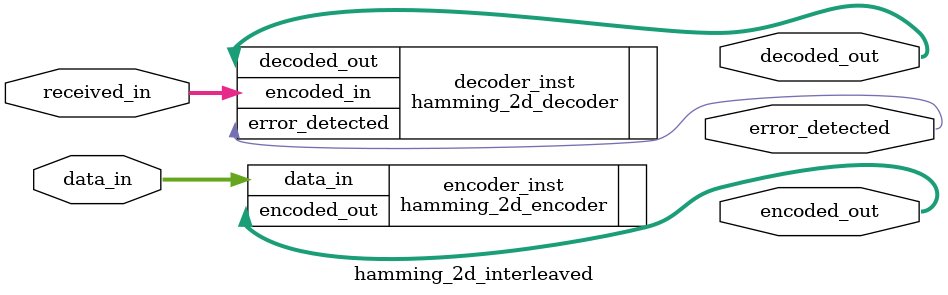
<source format=v>
module hamming_2d_interleaved(
    input [43:0] data_in,
    output [104:0] encoded_out,
    input [104:0] received_in,
    output [43:0] decoded_out,
    output error_detected
);
    // Instantiate encoder
    hamming_2d_encoder encoder_inst (
        .data_in(data_in),
        .encoded_out(encoded_out)
    );

    // Instantiate decoder
    hamming_2d_decoder decoder_inst (
        .encoded_in(received_in),
        .decoded_out(decoded_out),
        .error_detected(error_detected)
    );
endmodule
</source>
